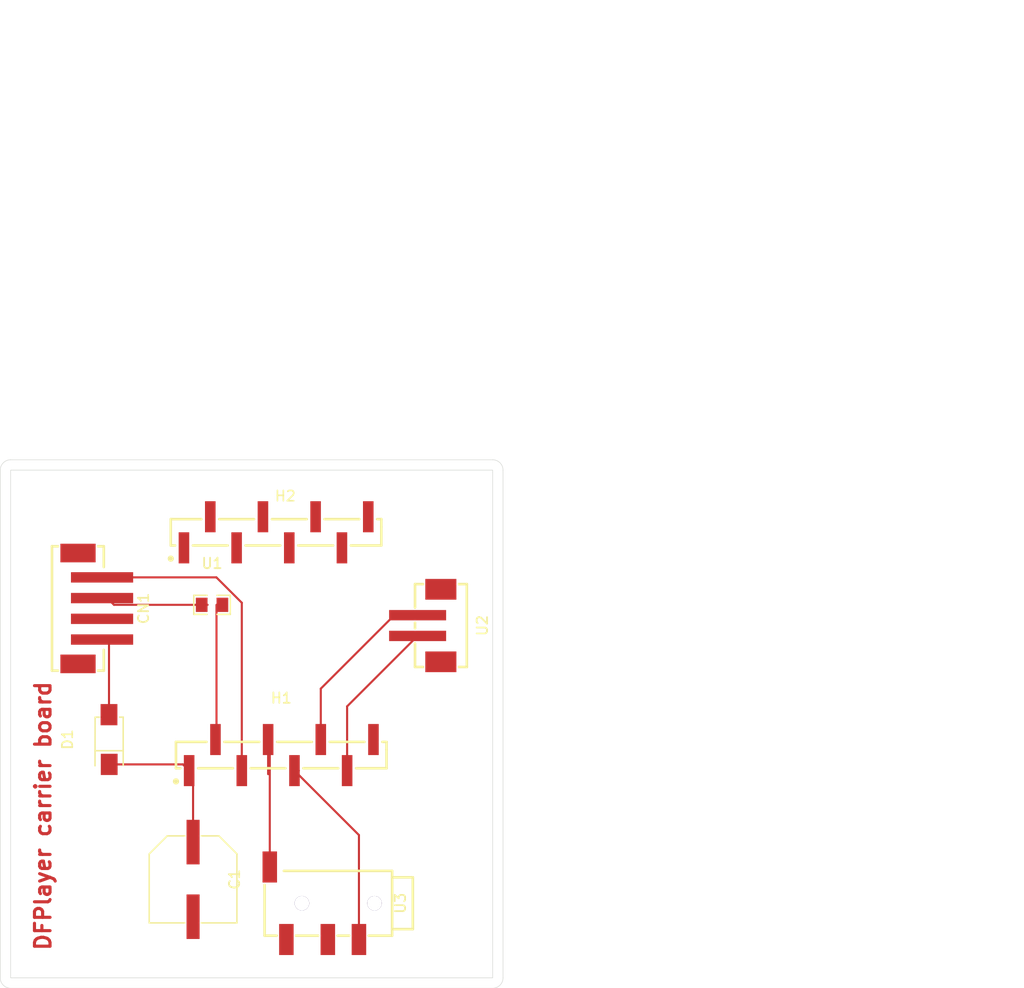
<source format=kicad_pcb>
(kicad_pcb (version 20241229) (generator "pcbnew") (generator_version "9.0")
  (layers (0 "F.Cu" signal) (2 "B.Cu" signal) (13 "F.Paste" user) (15 "B.Paste" user) (5 "F.SilkS" user "F.Silkscreen") (7 "B.SilkS" user "B.Silkscreen") (1 "F.Mask" user) (3 "B.Mask" user) (25 "Edge.Cuts" user))
  (net 0 "")
  (net 1 "footprint-_4-0")
  (net 2 "df_header_right-_5")
  (net 3 "footprint-_6")
  (net 4 "df_header_right-_4")
  (net 5 "df_header_right-_2")
  (net 6 "footprint-_3-1")
  (net 7 "footprint-_5")
  (net 8 "df_header_right-_3")
  (net 9 "df_header_right-_1")
  (net 10 "df_header_left-_2-2")
  (net 11 "gnd")
  (net 12 "df_header_left-_1-1")
  (net 13 "v_in_5v")
  (net 14 "footprint-_4-1")
  (net 15 "df_header_left-_2-1")
  (net 16 "v_dfplayer")
  (net 17 "df_header_left-_3")
  (net 18 "_7")
  (net 19 "df_header_left-_1-0")
  (net 20 "df_header_right-_6")
  (net 21 "net")
  (net 22 "df_header_left-_2-0")
  (net 23 "footprint-_3-0")
  (footprint "hanxia_HX_PM2_54_1x8P_TP_H8_5_ZQ:HDR-SMD_8P-P2.54-V-F-LS4.7" (layer "F.Cu") (at 152.61 81 0)
    (property "Reference" "H2" (at 0.89 -3.5 0) (layer "F.SilkS") (hide no))
    (property "Value" "")
    (fp_line (start -10.16 -1.27) (end -7.22 -1.27) (stroke (width 0.25)) (layer "F.SilkS"))
    (fp_line (start -10.16 1.27) (end -10.16 -1.27) (stroke (width 0.25)) (layer "F.SilkS"))
    (fp_line (start -9.75 1.27) (end -10.16 1.27) (stroke (width 0.25)) (layer "F.SilkS"))
    (fp_line (start -5.49 -1.27) (end -2.13 -1.27) (stroke (width 0.25)) (layer "F.SilkS"))
    (fp_line (start -4.67 1.27) (end -8.02 1.27) (stroke (width 0.25)) (layer "F.SilkS"))
    (fp_line (start -0.4 -1.27) (end 2.95 -1.27) (stroke (width 0.25)) (layer "F.SilkS"))
    (fp_line (start 0.4 1.27) (end -2.95 1.27) (stroke (width 0.25)) (layer "F.SilkS"))
    (fp_line (start 4.67 -1.27) (end 8.02 -1.27) (stroke (width 0.25)) (layer "F.SilkS"))
    (fp_line (start 5.49 1.27) (end 2.13 1.27) (stroke (width 0.25)) (layer "F.SilkS"))
    (fp_line (start 7.22 1.27) (end 10.15 1.27) (stroke (width 0.25)) (layer "F.SilkS"))
    (fp_line (start 10.15 -1.27) (end 9.75 -1.27) (stroke (width 0.25)) (layer "F.SilkS"))
    (fp_line (start 10.15 -1.27) (end 10.15 -0.51) (stroke (width 0.25)) (layer "F.SilkS"))
    (fp_line (start 10.15 -0.51) (end 10.15 1.27) (stroke (width 0.25)) (layer "F.SilkS"))
    (fp_circle (center -10.16 2.54) (end -10.01 2.54) (stroke (width 0.3)) (fill no) (layer "F.SilkS"))
    (pad "1" smd rect (at -8.89 1.5 180) (size 1.02 3) (layers "F.Cu" "F.Mask" "F.Paste") (net 9 "df_header_right-_1"))
    (pad "2" smd rect (at -6.35 -1.5 180) (size 1.02 3) (layers "F.Cu" "F.Mask" "F.Paste") (net 5 "df_header_right-_2"))
    (pad "3" smd rect (at -3.81 1.5 180) (size 1.02 3) (layers "F.Cu" "F.Mask" "F.Paste") (net 8 "df_header_right-_3"))
    (pad "4" smd rect (at -1.27 -1.5 180) (size 1.02 3) (layers "F.Cu" "F.Mask" "F.Paste") (net 4 "df_header_right-_4"))
    (pad "5" smd rect (at 1.27 1.5 180) (size 1.02 3) (layers "F.Cu" "F.Mask" "F.Paste") (net 2 "df_header_right-_5"))
    (pad "6" smd rect (at 3.81 -1.5 180) (size 1.02 3) (layers "F.Cu" "F.Mask" "F.Paste") (net 20 "df_header_right-_6"))
    (pad "7" smd rect (at 6.35 1.5 180) (size 1.02 3) (layers "F.Cu" "F.Mask" "F.Paste") (net 18 "_7"))
    (pad "8" smd rect (at 8.89 -1.5 180) (size 1.02 3) (layers "F.Cu" "F.Mask" "F.Paste") (net 11 "gnd"))
  )
  (footprint "JST_Sales_America_B4B_PH_SM4_TB_LF__SN:CONN-SMD_B4B-PH-SM4-TB-LF-SN" (layer "F.Cu") (at 134.66 88.35 -90)
    (property "Reference" "CN1" (at 0 -5.16 90) (layer "F.SilkS") (hide no))
    (property "Value" "")
    (fp_line (start -6 3.67) (end -6 3.09) (stroke (width 0.25)) (layer "F.SilkS"))
    (fp_line (start 6 3.67) (end -6 3.67) (stroke (width 0.25)) (layer "F.SilkS"))
    (fp_line (start 6 3.09) (end 6 3.67) (stroke (width 0.25)) (layer "F.SilkS"))
    (fp_line (start -6 -1.33) (end -6 -0.77) (stroke (width 0.25)) (layer "F.SilkS"))
    (fp_line (start -6 -1.33) (end -4 -1.33) (stroke (width 0.25)) (layer "F.SilkS"))
    (fp_line (start 4 -1.33) (end 6 -1.33) (stroke (width 0.25)) (layer "F.SilkS"))
    (fp_line (start 6 -1.33) (end 6 -0.77) (stroke (width 0.25)) (layer "F.SilkS"))
    (fp_text user "${REFERENCE}" (at 0 -5.16 90) (layer "F.SilkS"))
    (pad "1" smd rect (at 3 -1.16 90) (size 1 6) (layers "F.Cu" "F.Mask" "F.Paste") (net 13 "v_in_5v"))
    (pad "2" smd rect (at 1 -1.16 90) (size 1 6) (layers "F.Cu" "F.Mask" "F.Paste") (net 11 "gnd"))
    (pad "3" smd rect (at -1 -1.16 90) (size 1 6) (layers "F.Cu" "F.Mask" "F.Paste") (net 23 "footprint-_3-0"))
    (pad "4" smd rect (at -3 -1.16 90) (size 1 6) (layers "F.Cu" "F.Mask" "F.Paste") (net 17 "df_header_left-_3"))
    (pad "5" smd rect (at -5.35 1.16 270) (size 1.8 3.4) (layers "F.Cu" "F.Mask" "F.Paste") (net 7 "footprint-_5"))
    (pad "6" smd rect (at 5.35 1.16 270) (size 1.8 3.4) (layers "F.Cu" "F.Mask" "F.Paste") (net 3 "footprint-_6"))
  )
  (footprint "hongjiacheng_M1:SMA_L4.3-W2.6-LS5.0-RD" (layer "F.Cu") (at 136.5 101 90)
    (property "Reference" "D1" (at 0 -4.01 90) (layer "F.SilkS") (hide no))
    (property "Value" "")
    (fp_line (start -1.08 -1.36) (end -1.08 1.36) (stroke (width 0.15)) (layer "F.SilkS"))
    (fp_line (start -2.53 -1.36) (end 2.16 -1.35) (stroke (width 0.15)) (layer "F.SilkS"))
    (fp_line (start 2.16 -1.27) (end 2.16 -0.92) (stroke (width 0.15)) (layer "F.SilkS"))
    (fp_line (start 2.16 1.36) (end 2.16 1.01) (stroke (width 0.15)) (layer "F.SilkS"))
    (fp_line (start -2.5 1.36) (end 2.16 1.36) (stroke (width 0.15)) (layer "F.SilkS"))
    (fp_text user "${REFERENCE}" (at 0 -4.01 90) (layer "F.SilkS"))
    (pad "1" smd rect (at -2.4 0.01 90) (size 2.05 1.62) (layers "F.Cu" "F.Mask" "F.Paste") (net 16 "v_dfplayer"))
    (pad "2" smd rect (at 2.4 -0.01 270) (size 2.05 1.62) (layers "F.Cu" "F.Mask" "F.Paste") (net 13 "v_in_5v"))
  )
  (footprint "UNI_ROYAL_0805W8F1001T5E:R0805" (layer "F.Cu") (at 146.43 88 0)
    (property "Reference" "U1" (at 0 -4 0) (layer "F.SilkS") (hide no))
    (property "Value" "1kΩ ±1% 125mW")
    (fp_line (start 0.48 0.92) (end 1.76 0.92) (stroke (width 0.15)) (layer "F.SilkS"))
    (fp_line (start 1.76 0.92) (end 1.76 -0.92) (stroke (width 0.15)) (layer "F.SilkS"))
    (fp_line (start 1.76 -0.92) (end 0.48 -0.92) (stroke (width 0.15)) (layer "F.SilkS"))
    (fp_line (start -0.48 0.92) (end -1.76 0.92) (stroke (width 0.15)) (layer "F.SilkS"))
    (fp_line (start -1.76 0.92) (end -1.76 -0.92) (stroke (width 0.15)) (layer "F.SilkS"))
    (fp_line (start -1.76 -0.92) (end -0.48 -0.92) (stroke (width 0.15)) (layer "F.SilkS"))
    (fp_text user "${REFERENCE}" (at 0 -4 0) (layer "F.SilkS"))
    (pad "2" smd rect (at 1 0 0) (size 1.13 1.38) (layers "F.Cu" "F.Paste" "F.Mask") (net 22 "df_header_left-_2-0"))
    (pad "1" smd rect (at -1 0 0) (size 1.13 1.38) (layers "F.Cu" "F.Paste" "F.Mask") (net 23 "footprint-_3-0"))
  )
  (footprint "hanxia_HX_PM2_54_1x8P_TP_H8_5_ZQ:HDR-SMD_8P-P2.54-V-F-LS4.7" (layer "F.Cu") (at 153.11 102.5 0)
    (property "Reference" "H1" (at 0 -5.5 0) (layer "F.SilkS") (hide no))
    (property "Value" "")
    (fp_line (start -10.16 -1.27) (end -7.22 -1.27) (stroke (width 0.25)) (layer "F.SilkS"))
    (fp_line (start -10.16 1.27) (end -10.16 -1.27) (stroke (width 0.25)) (layer "F.SilkS"))
    (fp_line (start -9.75 1.27) (end -10.16 1.27) (stroke (width 0.25)) (layer "F.SilkS"))
    (fp_line (start -5.49 -1.27) (end -2.13 -1.27) (stroke (width 0.25)) (layer "F.SilkS"))
    (fp_line (start -4.67 1.27) (end -8.02 1.27) (stroke (width 0.25)) (layer "F.SilkS"))
    (fp_line (start -0.4 -1.27) (end 2.95 -1.27) (stroke (width 0.25)) (layer "F.SilkS"))
    (fp_line (start 0.4 1.27) (end -2.95 1.27) (stroke (width 0.25)) (layer "F.SilkS"))
    (fp_line (start 4.67 -1.27) (end 8.02 -1.27) (stroke (width 0.25)) (layer "F.SilkS"))
    (fp_line (start 5.49 1.27) (end 2.13 1.27) (stroke (width 0.25)) (layer "F.SilkS"))
    (fp_line (start 7.22 1.27) (end 10.15 1.27) (stroke (width 0.25)) (layer "F.SilkS"))
    (fp_line (start 10.15 -1.27) (end 9.75 -1.27) (stroke (width 0.25)) (layer "F.SilkS"))
    (fp_line (start 10.15 -1.27) (end 10.15 -0.51) (stroke (width 0.25)) (layer "F.SilkS"))
    (fp_line (start 10.15 -0.51) (end 10.15 1.27) (stroke (width 0.25)) (layer "F.SilkS"))
    (fp_circle (center -10.16 2.54) (end -10.01 2.54) (stroke (width 0.3)) (fill no) (layer "F.SilkS"))
    (fp_text user "${REFERENCE}" (at 0 -5.5 0) (layer "F.SilkS"))
    (pad "1" smd rect (at -8.89 1.5 180) (size 1.02 3) (layers "F.Cu" "F.Mask" "F.Paste") (net 16 "v_dfplayer"))
    (pad "2" smd rect (at -6.35 -1.5 180) (size 1.02 3) (layers "F.Cu" "F.Mask" "F.Paste") (net 22 "df_header_left-_2-0"))
    (pad "3" smd rect (at -3.81 1.5 180) (size 1.02 3) (layers "F.Cu" "F.Mask" "F.Paste") (net 17 "df_header_left-_3"))
    (pad "4" smd rect (at -1.27 -1.5 180) (size 1.02 3) (layers "F.Cu" "F.Mask" "F.Paste") (net 19 "df_header_left-_1-0"))
    (pad "5" smd rect (at 1.27 1.5 180) (size 1.02 3) (layers "F.Cu" "F.Mask" "F.Paste") (net 15 "df_header_left-_2-1"))
    (pad "6" smd rect (at 3.81 -1.5 180) (size 1.02 3) (layers "F.Cu" "F.Mask" "F.Paste") (net 12 "df_header_left-_1-1"))
    (pad "7" smd rect (at 6.35 1.5 180) (size 1.02 3) (layers "F.Cu" "F.Mask" "F.Paste") (net 10 "df_header_left-_2-2"))
    (pad "8" smd rect (at 8.89 -1.5 180) (size 1.02 3) (layers "F.Cu" "F.Mask" "F.Paste") (net 11 "gnd"))
  )
  (footprint "JST_Sales_America_B2B_PH_SM4_TBT_LF__SN:CONN-SMD_B2B-PH-SM4-TBT-LF-SN" (layer "F.Cu") (at 167.38 90 -90)
    (property "Reference" "U2" (at 0 -5.12 90) (layer "F.SilkS") (hide no))
    (property "Value" "")
    (fp_line (start -4 1.37) (end -1.73 1.37) (stroke (width 0.25)) (layer "F.SilkS"))
    (fp_line (start -0.27 1.37) (end 0.27 1.37) (stroke (width 0.25)) (layer "F.SilkS"))
    (fp_line (start 1.73 1.37) (end 4 1.37) (stroke (width 0.25)) (layer "F.SilkS"))
    (fp_line (start 4 1.37) (end 4 0.6) (stroke (width 0.25)) (layer "F.SilkS"))
    (fp_line (start -4 0.6) (end -4 1.37) (stroke (width 0.25)) (layer "F.SilkS"))
    (fp_line (start 4 -2.86) (end 4 -3.63) (stroke (width 0.25)) (layer "F.SilkS"))
    (fp_line (start -4 -3.63) (end -4 -2.86) (stroke (width 0.25)) (layer "F.SilkS"))
    (fp_line (start -4 -3.63) (end 4 -3.63) (stroke (width 0.25)) (layer "F.SilkS"))
    (fp_text user "${REFERENCE}" (at 0 -5.12 90) (layer "F.SilkS"))
    (pad "1" smd rect (at -1 1.12 270) (size 1 5.5) (layers "F.Cu" "F.Mask" "F.Paste") (net 12 "df_header_left-_1-1"))
    (pad "2" smd rect (at 1 1.12 270) (size 1 5.5) (layers "F.Cu" "F.Mask" "F.Paste") (net 10 "df_header_left-_2-2"))
    (pad "3" smd rect (at 3.5 -1.12 270) (size 2 3) (layers "F.Cu" "F.Mask" "F.Paste") (net 6 "footprint-_3-1"))
    (pad "4" smd rect (at -3.5 -1.12 270) (size 2 3) (layers "F.Cu" "F.Mask" "F.Paste") (net 1 "footprint-_4-0"))
  )
  (footprint "PANASONIC_EEEFK1A471AP:CAP-SMD_BD8.0-L8.3-W8.3-LS9.9-FD" (layer "F.Cu") (at 144.6 114.5 -90)
    (property "Reference" "C1" (at 0 -4 90) (layer "F.SilkS") (hide no))
    (property "Value" "")
    (fp_line (start -2.46 4.23) (end -4.2 2.49) (stroke (width 0.15)) (layer "F.SilkS"))
    (fp_line (start 4.2 4.23) (end -2.46 4.23) (stroke (width 0.15)) (layer "F.SilkS"))
    (fp_line (start -4.2 2.49) (end -4.2 0.78) (stroke (width 0.15)) (layer "F.SilkS"))
    (fp_line (start 4.2 0.78) (end 4.2 4.23) (stroke (width 0.15)) (layer "F.SilkS"))
    (fp_line (start 4.2 -0.78) (end 4.2 -4.23) (stroke (width 0.15)) (layer "F.SilkS"))
    (fp_line (start -4.2 -2.49) (end -4.2 -0.78) (stroke (width 0.15)) (layer "F.SilkS"))
    (fp_line (start -2.46 -4.23) (end -4.2 -2.49) (stroke (width 0.15)) (layer "F.SilkS"))
    (fp_line (start 4.2 -4.23) (end -2.46 -4.23) (stroke (width 0.15)) (layer "F.SilkS"))
    (fp_text user "${REFERENCE}" (at 0 -4 90) (layer "F.SilkS"))
    (pad "1" smd rect (at -3.6 0 270) (size 4.3 1.26) (layers "F.Cu" "F.Mask" "F.Paste") (net 16 "v_dfplayer"))
    (pad "2" smd rect (at 3.6 0 270) (size 4.3 1.26) (layers "F.Cu" "F.Mask" "F.Paste") (net 11 "gnd"))
  )
  (footprint "HanElectricity_PJ_320D:AUDIO-SMD_HANELECTRICITY_PJ-320D" (layer "F.Cu") (at 156.3 116.8 -90)
    (property "Reference" "U3" (at 0 -8.3 90) (layer "F.SilkS") (hide no))
    (property "Value" "")
    (fp_line (start 3.13 4.8) (end -1.77 4.8) (stroke (width 0.25)) (layer "F.SilkS"))
    (fp_line (start 3.13 3.63) (end 3.13 4.8) (stroke (width 0.25)) (layer "F.SilkS"))
    (fp_line (start 3.13 -0.37) (end 3.13 1.77) (stroke (width 0.25)) (layer "F.SilkS"))
    (fp_line (start 3.13 -3.37) (end 3.13 -2.23) (stroke (width 0.25)) (layer "F.SilkS"))
    (fp_line (start 3.13 -7.49) (end 3.13 -5.23) (stroke (width 0.25)) (layer "F.SilkS"))
    (fp_line (start -3.12 -7.5) (end -3.12 2.94) (stroke (width 0.25)) (layer "F.SilkS"))
    (fp_line (start 2.5 -7.5) (end 2.5 -9.5) (stroke (width 0.25)) (layer "F.SilkS"))
    (fp_line (start 3.13 -7.5) (end -3.12 -7.5) (stroke (width 0.25)) (layer "F.SilkS"))
    (fp_line (start -2.5 -9.5) (end -2.5 -7.5) (stroke (width 0.25)) (layer "F.SilkS"))
    (fp_line (start -2.5 -9.5) (end 2.5 -9.5) (stroke (width 0.25)) (layer "F.SilkS"))
    (fp_text user "${REFERENCE}" (at 0 -8.3 90) (layer "F.SilkS"))
    (pad "" thru_hole circle (at 0 -5.8 270) (size 1.4 1.4) (drill 1.4) (layers "*.Cu" "*.Mask") (net 21 "net"))
    (pad "" thru_hole circle (at 0 1.2 270) (size 1.4 1.4) (drill 1.4) (layers "*.Cu" "*.Mask") (net 21 "net"))
    (pad "1" smd rect (at -3.5 4.3 270) (size 3 1.4) (layers "F.Cu" "F.Mask" "F.Paste") (net 19 "df_header_left-_1-0"))
    (pad "2" smd rect (at 3.5 -4.3 270) (size 3 1.4) (layers "F.Cu" "F.Mask" "F.Paste") (net 15 "df_header_left-_2-1"))
    (pad "3" smd rect (at 3.5 -1.3 270) (size 3 1.4) (layers "F.Cu" "F.Mask" "F.Paste") (net 11 "gnd"))
    (pad "4" smd rect (at 3.5 2.7 270) (size 3 1.4) (layers "F.Cu" "F.Mask" "F.Paste") (net 14 "footprint-_4-1"))
  )
  (segment (start 159.46 97.8) (end 159.46 104) (width 0.2) (net 10) (layer "F.Cu"))
  (segment (start 166.26 91) (end 159.46 97.8) (width 0.2) (net 10) (layer "F.Cu"))
  (segment (start 164.01 89) (end 166.26 89) (width 0.2) (net 12) (layer "F.Cu"))
  (segment (start 156.92 96.09) (end 164.01 89) (width 0.2) (net 12) (layer "F.Cu"))
  (segment (start 156.92 101) (end 156.92 96.09) (width 0.2) (net 12) (layer "F.Cu"))
  (segment (start 136.49 98.6) (end 136.49 91.52) (width 0.2) (net 13) (layer "F.Cu"))
  (segment (start 136.49 91.52) (end 136.32 91.35) (width 0.2) (net 13) (layer "F.Cu"))
  (segment (start 160.6 120.3) (end 160.6 110.22) (width 0.2) (net 15) (layer "F.Cu"))
  (segment (start 160.6 110.22) (end 154.38 104) (width 0.2) (net 15) (layer "F.Cu"))
  (segment (start 154.38 104) (end 154.802 104) (width 0.2) (net 15) (layer "F.Cu"))
  (segment (start 136.51 103.4) (end 143.62 103.4) (width 0.2) (net 16) (layer "F.Cu"))
  (segment (start 144.6 110.9) (end 144.6 104.38) (width 0.2) (net 16) (layer "F.Cu"))
  (segment (start 144.6 104.38) (end 144.22 104) (width 0.2) (net 16) (layer "F.Cu"))
  (segment (start 143.62 103.4) (end 144.22 104) (width 0.2) (net 16) (layer "F.Cu"))
  (segment (start 149.3 87.8) (end 146.85 85.35) (width 0.2) (net 17) (layer "F.Cu"))
  (segment (start 149.3 104) (end 149.3 87.8) (width 0.2) (net 17) (layer "F.Cu"))
  (segment (start 146.85 85.35) (end 136.32 85.35) (width 0.2) (net 17) (layer "F.Cu"))
  (segment (start 152 101.16) (end 151.84 101) (width 0.2) (net 19) (layer "F.Cu"))
  (segment (start 151.84 104.34) (end 151.84 101) (width 0.2) (net 19) (layer "F.Cu"))
  (segment (start 152 113.3) (end 152 101.16) (width 0.2) (net 19) (layer "F.Cu"))
  (segment (start 146.86 88) (end 146.86 100.9) (width 0.2) (net 22) (layer "F.Cu"))
  (segment (start 146.86 100.9) (end 146.76 101) (width 0.2) (net 22) (layer "F.Cu"))
  (segment (start 136.97 88) (end 136.32 87.35) (width 0.2) (net 23) (layer "F.Cu"))
  (segment (start 146 88) (end 136.97 88) (width 0.2) (net 23) (layer "F.Cu"))
  (gr_line (start 126 124) (end 126 75) (stroke (width 0.05)) (layer "Edge.Cuts"))
  (gr_line (start 173.5 125) (end 127 125) (stroke (width 0.05)) (layer "Edge.Cuts"))
  (gr_line (start 174.5 75) (end 174.5 124) (stroke (width 0.05)) (layer "Edge.Cuts"))
  (gr_line (start 127 74) (end 173.5 74) (stroke (width 0.05)) (layer "Edge.Cuts"))
  (gr_arc (start 127 125) (mid 126.292893 124.707107) (end 126 124) (stroke (width 0.05)) (layer "Edge.Cuts"))
  (gr_arc (start 126 75) (mid 126.292893 74.292893) (end 127 74) (stroke (width 0.05)) (layer "Edge.Cuts"))
  (gr_arc (start 174.5 124) (mid 174.207107 124.707107) (end 173.5 125) (stroke (width 0.05)) (layer "Edge.Cuts"))
  (gr_arc (start 173.5 74) (mid 174.207107 74.292893) (end 174.5 75) (stroke (width 0.05)) (layer "Edge.Cuts"))
  (gr_rect (start 127 75) (end 173.5 124) (stroke (width 0.05)) (fill no) (layer "Edge.Cuts"))
  (gr_text "DFPlayer carrier board" (at 131 121.5 90) (layer "F.Cu") (effects (font (size 1.5 1.5) (thickness 0.3) (bold yes)) (justify left bottom)))
)
</source>
